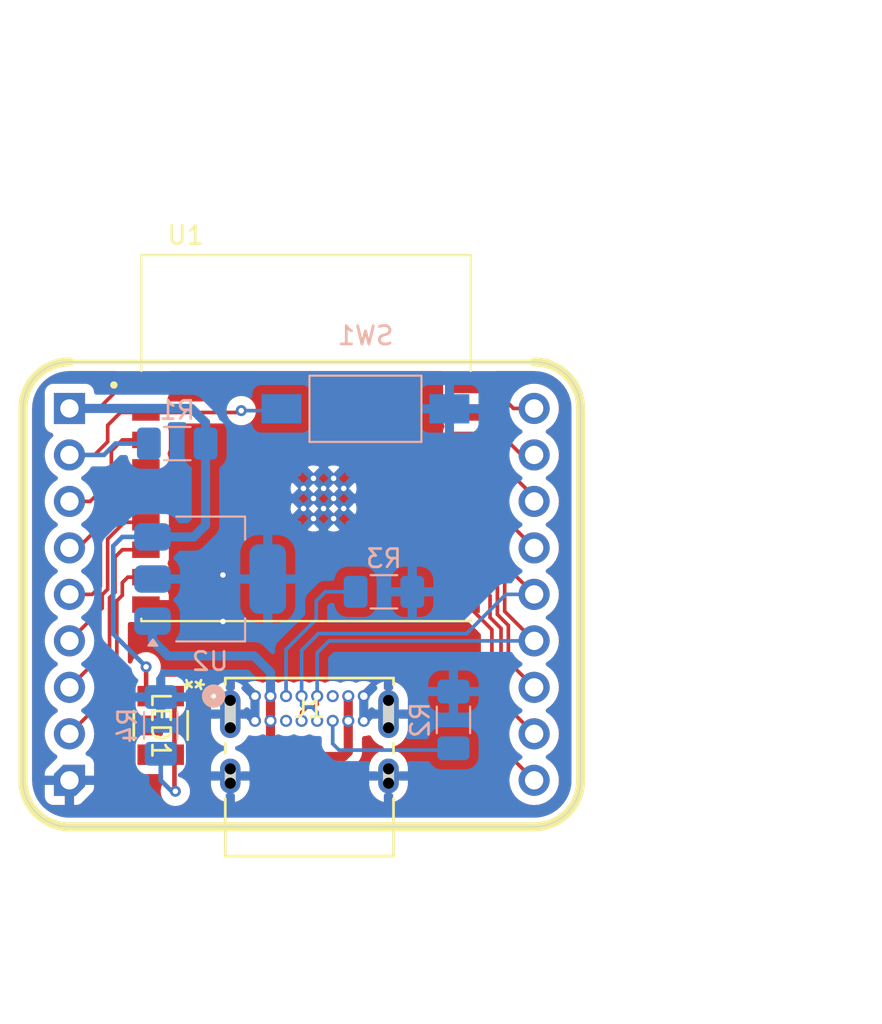
<source format=kicad_pcb>
(kicad_pcb (version 20240108) (generator "pcbnew") (generator_version "8.0")
  (layers (0 "F.Cu" signal) (31 "B.Cu" signal) (34 "B.Paste" user) (35 "F.Paste" user) (36 "B.SilkS" user "B.Silkscreen") (37 "F.SilkS" user "F.Silkscreen") (38 "B.Mask" user) (39 "F.Mask" user) (44 "Edge.Cuts" user))
  (net 0 "")
  (net 1 "GPIO3")
  (net 2 "GND")
  (net 3 "GPIO2")
  (net 4 "GPIO1")
  (net 5 "GPIO0")
  (net 6 "GPIO4")
  (net 7 "VBUS")
  (net 8 "Net-(J1-CC2)")
  (net 10 "Net-(J1-CC1)")
  (net 12 "GPIO7")
  (net 13 "USB_D+")
  (net 14 "UART-RX")
  (net 15 "USB_D-")
  (net 16 "GPIO5")
  (net 17 "GPIO8")
  (net 18 "UART-TX")
  (net 19 "GPIO10")
  (net 20 "EN")
  (net 21 "GPIO9")
  (net 22 "3V3")
  (net 23 "GPIO6")
  (net 25 "Net-(LED1-GND-Pad1)")
  (footprint "Alexander Footprint Library:ESP32-C3-WROOM-02-H4" (layer "F.Cu") (at 156.94 61.1)
    (property "Reference" "U1" (at -6.575 -11.085 0) (layer "F.SilkS"))
    (property "Value" "ESP32-C3-WROOM-02-N4")
    (fp_line (start -9 -10) (end -9 -3.67) (stroke (width 0.127)) (layer "F.SilkS"))
    (fp_line (start -9 10) (end -9 9.87) (stroke (width 0.127)) (layer "F.SilkS"))
    (fp_line (start -9 10) (end 9 10) (stroke (width 0.127)) (layer "F.SilkS"))
    (fp_line (start 9 -10) (end -9 -10) (stroke (width 0.127)) (layer "F.SilkS"))
    (fp_line (start 9 -3.67) (end 9 -10) (stroke (width 0.127)) (layer "F.SilkS"))
    (fp_line (start 9 10) (end 9 9.87) (stroke (width 0.127)) (layer "F.SilkS"))
    (fp_circle (center -10.5 -2.9) (end -10.4 -2.9) (stroke (width 0.2)) (fill none) (layer "F.SilkS"))
    (pad "1" smd rect (at -8.75 -2.9) (size 1.5 0.9) (layers "F.Cu" "F.Paste" "F.Mask") (net 22 "3V3"))
    (pad "2" smd rect (at -8.75 -1.4) (size 1.5 0.9) (layers "F.Cu" "F.Paste" "F.Mask") (net 20 "EN"))
    (pad "3" smd rect (at -8.75 0.1) (size 1.5 0.9) (layers "F.Cu" "F.Paste" "F.Mask") (net 6 "GPIO4"))
    (pad "4" smd rect (at -8.75 1.6) (size 1.5 0.9) (layers "F.Cu" "F.Paste" "F.Mask") (net 16 "GPIO5"))
    (pad "5" smd rect (at -8.75 3.1) (size 1.5 0.9) (layers "F.Cu" "F.Paste" "F.Mask") (net 23 "GPIO6"))
    (pad "6" smd rect (at -8.75 4.6) (size 1.5 0.9) (layers "F.Cu" "F.Paste" "F.Mask") (net 12 "GPIO7"))
    (pad "7" smd rect (at -8.75 6.1) (size 1.5 0.9) (layers "F.Cu" "F.Paste" "F.Mask") (net 17 "GPIO8"))
    (pad "8" smd rect (at -8.75 7.6) (size 1.5 0.9) (layers "F.Cu" "F.Paste" "F.Mask") (net 21 "GPIO9"))
    (pad "9" smd rect (at -8.75 9.1) (size 1.5 0.9) (layers "F.Cu" "F.Paste" "F.Mask") (net 2 "GND"))
    (pad "10" smd rect (at 8.75 9.1) (size 1.5 0.9) (layers "F.Cu" "F.Paste" "F.Mask") (net 19 "GPIO10"))
    (pad "11" smd rect (at 8.75 7.6) (size 1.5 0.9) (layers "F.Cu" "F.Paste" "F.Mask") (net 14 "UART-RX"))
    (pad "12" smd rect (at 8.75 6.1) (size 1.5 0.9) (layers "F.Cu" "F.Paste" "F.Mask") (net 18 "UART-TX"))
    (pad "13" smd rect (at 8.75 4.6) (size 1.5 0.9) (layers "F.Cu" "F.Paste" "F.Mask") (net 15 "USB_D-"))
    (pad "14" smd rect (at 8.75 3.1) (size 1.5 0.9) (layers "F.Cu" "F.Paste" "F.Mask") (net 13 "USB_D+"))
    (pad "15" smd rect (at 8.75 1.6) (size 1.5 0.9) (layers "F.Cu" "F.Paste" "F.Mask") (net 1 "GPIO3"))
    (pad "16" smd rect (at 8.75 0.1) (size 1.5 0.9) (layers "F.Cu" "F.Paste" "F.Mask") (net 3 "GPIO2"))
    (pad "17" smd rect (at 8.75 -1.4) (size 1.5 0.9) (layers "F.Cu" "F.Paste" "F.Mask") (net 4 "GPIO1"))
    (pad "18" smd rect (at 8.75 -2.9) (size 1.5 0.9) (layers "F.Cu" "F.Paste" "F.Mask") (net 5 "GPIO0"))
    (pad "19" smd rect (at -0.14 2.2) (size 0.7 0.7) (layers "F.Cu" "F.Paste" "F.Mask") (net 2 "GND"))
    (pad "20" smd rect (at 0.96 2.2) (size 0.7 0.7) (layers "F.Cu" "F.Paste" "F.Mask") (net 2 "GND"))
    (pad "21" smd rect (at 2.06 2.2) (size 0.7 0.7) (layers "F.Cu" "F.Paste" "F.Mask") (net 2 "GND"))
    (pad "22" smd rect (at -0.14 3.3) (size 0.7 0.7) (layers "F.Cu" "F.Paste" "F.Mask") (net 2 "GND"))
    (pad "23" smd rect (at 0.96 3.3) (size 0.7 0.7) (layers "F.Cu" "F.Paste" "F.Mask") (net 2 "GND"))
    (pad "24" smd rect (at 2.06 3.3) (size 0.7 0.7) (layers "F.Cu" "F.Paste" "F.Mask") (net 2 "GND"))
    (pad "25" smd rect (at -0.14 4.4) (size 0.7 0.7) (layers "F.Cu" "F.Paste" "F.Mask") (net 2 "GND"))
    (pad "26" smd rect (at 0.96 4.4) (size 0.7 0.7) (layers "F.Cu" "F.Paste" "F.Mask") (net 2 "GND"))
    (pad "27" smd rect (at 2.06 4.4) (size 0.7 0.7) (layers "F.Cu" "F.Paste" "F.Mask") (net 2 "GND"))
    (pad "28" thru_hole circle (at 0.41 2.2) (size 0.4 0.4) (drill 0.3) (layers "*.Cu") (net 2 "GND"))
    (pad "29" thru_hole circle (at 1.51 2.2) (size 0.4 0.4) (drill 0.3) (layers "*.Cu") (net 2 "GND"))
    (pad "30" thru_hole circle (at -0.14 2.75) (size 0.4 0.4) (drill 0.3) (layers "*.Cu") (net 2 "GND"))
    (pad "31" thru_hole circle (at 0.96 2.75) (size 0.4 0.4) (drill 0.3) (layers "*.Cu") (net 2 "GND"))
    (pad "32" thru_hole circle (at 2.06 2.75) (size 0.4 0.4) (drill 0.3) (layers "*.Cu") (net 2 "GND"))
    (pad "33" thru_hole circle (at 0.41 3.3) (size 0.4 0.4) (drill 0.3) (layers "*.Cu") (net 2 "GND"))
    (pad "34" thru_hole circle (at 1.51 3.3) (size 0.4 0.4) (drill 0.3) (layers "*.Cu") (net 2 "GND"))
    (pad "35" thru_hole circle (at -0.14 3.85) (size 0.4 0.4) (drill 0.3) (layers "*.Cu") (net 2 "GND"))
    (pad "36" thru_hole circle (at 0.96 3.85) (size 0.4 0.4) (drill 0.3) (layers "*.Cu") (net 2 "GND"))
    (pad "37" thru_hole circle (at 2.06 3.85) (size 0.4 0.4) (drill 0.3) (layers "*.Cu") (net 2 "GND"))
    (pad "38" thru_hole circle (at 0.41 4.4) (size 0.4 0.4) (drill 0.3) (layers "*.Cu") (net 2 "GND"))
    (pad "39" thru_hole circle (at 1.51 4.4) (size 0.4 0.4) (drill 0.3) (layers "*.Cu") (net 2 "GND"))
    (zone (net 0) (net_name "") (layer "F.Cu") (connect_pads (clearance 0)) (min_thickness 0.01)
      (keepout (tracks not_allowed) (vias not_allowed) (pads not_allowed) (copperpour not_allowed) (footprints allowed))
      (fill (thermal_gap 0.508) (thermal_bridge_width 0.508))
      (polygon (pts (xy 147.94 51.1) (xy 165.94 51.1) (xy 165.94 57.1) (xy 147.94 57.1)))
    )
    (zone (net 0) (net_name "") (layer "B.Cu") (connect_pads (clearance 0)) (min_thickness 0.01)
      (keepout (tracks not_allowed) (vias not_allowed) (pads not_allowed) (copperpour not_allowed) (footprints allowed))
      (fill (thermal_gap 0.508) (thermal_bridge_width 0.508))
      (polygon (pts (xy 147.94 51.1) (xy 165.94 51.1) (xy 165.94 57.1) (xy 147.94 57.1)))
    )
  )
  (footprint "Alexander Footprint Library:B1552_HVK-M" (layer "F.Cu") (at 149 76.8002 -90)
    (property "Reference" "LED1" (at 0 0 -90) (layer "F.SilkS"))
    (property "Value" "LED-RED-GREEN-B1552USUG20D")
    (fp_line (start -0.777373 1.4732) (end 0.777373 1.4732) (stroke (width 0.1524)) (layer "F.SilkS"))
    (fp_line (start -0.777373 -1.4732) (end 0.777373 -1.4732) (stroke (width 0.1524)) (layer "F.SilkS"))
    (fp_text user "*" (at -2.2352 -1.8041 -90) (layer "F.SilkS"))
    (fp_text user "*" (at -2.2352 -1.8041 90) (layer "F.SilkS"))
    (pad "1" smd rect (at -1.6002 -0.750001 270) (size 1.1176 1.0414) (layers "F.Cu" "F.Paste" "F.Mask") (net 25 "Net-(LED1-GND-Pad1)"))
    (pad "2" smd rect (at -1.6002 0.750001 270) (size 1.1176 1.0414) (layers "F.Cu" "F.Paste" "F.Mask") (net 22 "3V3"))
    (pad "3" smd rect (at 1.6002 0.750001 270) (size 1.1176 1.0414) (layers "F.Cu" "F.Paste" "F.Mask"))
    (pad "4" smd rect (at 1.6002 -0.750001 270) (size 1.1176 1.0414) (layers "F.Cu" "F.Paste" "F.Mask") (net 25 "Net-(LED1-GND-Pad1)"))
  )
  (footprint "Alexander Footprint Library:USB-C GCT CONN16_USB4085-GF-A" (layer "F.Cu") (at 154.15 75.2)
    (property "Reference" "J1" (at 2.975 0.675 0) (layer "F.SilkS"))
    (property "Value" "USB-C_Receptacle_Data_16P_GCT-USB4085")
    (fp_circle (center -2.2574 0) (end -1.8764 0) (stroke (width 0.508)) (fill none) (layer "B.SilkS"))
    (fp_line (start -1.6224 -0.987) (end -1.6224 -0.618206) (stroke (width 0.1524)) (layer "F.SilkS"))
    (fp_line (start -1.6224 2.578207) (end -1.6224 3.122399) (stroke (width 0.1524)) (layer "F.SilkS"))
    (fp_line (start -1.6224 5.607602) (end -1.6224 8.741199) (stroke (width 0.1524)) (layer "F.SilkS"))
    (fp_line (start -1.6224 8.741199) (end 7.5724 8.741199) (stroke (width 0.1524)) (layer "F.SilkS"))
    (fp_line (start 7.5724 -0.987) (end -1.6224 -0.987) (stroke (width 0.1524)) (layer "F.SilkS"))
    (fp_line (start 7.5724 -0.618202) (end 7.5724 -0.987) (stroke (width 0.1524)) (layer "F.SilkS"))
    (fp_line (start 7.5724 3.122399) (end 7.5724 2.578201) (stroke (width 0.1524)) (layer "F.SilkS"))
    (fp_line (start 7.5724 8.741199) (end 7.5724 5.607602) (stroke (width 0.1524)) (layer "F.SilkS"))
    (fp_arc (start -2.41934 0.344872) (mid -2.625765 -0.097305) (end -2.2279 -0.379856) (stroke (width 0.508)) (layer "F.SilkS"))
    (fp_line (start -1.35 1.729301) (end -1.35 0.230701) (stroke (width 0.6096)) (layer "Edge.Cuts"))
    (fp_line (start -1.349985 4.7587) (end -1.349985 3.9713) (stroke (width 0.6096)) (layer "Edge.Cuts"))
    (fp_line (start 7.299985 1.7293) (end 7.299985 0.2307) (stroke (width 0.6096)) (layer "Edge.Cuts"))
    (fp_line (start 7.299985 4.7587) (end 7.299985 3.9713) (stroke (width 0.6096)) (layer "Edge.Cuts"))
    (pad "" np_thru_hole circle (at -1.35 0.230701) (size 0.6096 0.6096) (drill 0.6096) (layers))
    (pad "" np_thru_hole circle (at -1.35 1.729301) (size 0.6096 0.6096) (drill 0.6096) (layers))
    (pad "" np_thru_hole circle (at -1.349985 3.9713) (size 0.6096 0.6096) (drill 0.6096) (layers))
    (pad "" np_thru_hole circle (at -1.349985 4.7587) (size 0.6096 0.6096) (drill 0.6096) (layers))
    (pad "" np_thru_hole circle (at 7.299985 0.2307) (size 0.6096 0.6096) (drill 0.6096) (layers))
    (pad "" np_thru_hole circle (at 7.299985 1.7293) (size 0.6096 0.6096) (drill 0.6096) (layers))
    (pad "" np_thru_hole circle (at 7.299985 3.9713) (size 0.6096 0.6096) (drill 0.6096) (layers))
    (pad "" np_thru_hole circle (at 7.299985 4.7587) (size 0.6096 0.6096) (drill 0.6096) (layers))
    (pad "A1" thru_hole circle (at 0 0) (size 0.6604 0.6604) (drill 0.4064) (layers "*.Cu" "*.Mask") (net 2 "GND"))
    (pad "A4" thru_hole circle (at 0.850001 0) (size 0.6604 0.6604) (drill 0.4064) (layers "*.Cu" "*.Mask") (net 7 "VBUS"))
    (pad "A5" thru_hole circle (at 1.699999 0) (size 0.6604 0.6604) (drill 0.4064) (layers "*.Cu" "*.Mask") (net 10 "Net-(J1-CC1)"))
    (pad "A6" thru_hole circle (at 2.55 0) (size 0.6604 0.6604) (drill 0.4064) (layers "*.Cu" "*.Mask") (net 13 "USB_D+"))
    (pad "A7" thru_hole circle (at 3.400001 0) (size 0.6604 0.6604) (drill 0.4064) (layers "*.Cu" "*.Mask") (net 15 "USB_D-"))
    (pad "A8" thru_hole circle (at 4.250002 0) (size 0.6604 0.6604) (drill 0.4064) (layers "*.Cu" "*.Mask"))
    (pad "A9" thru_hole circle (at 5.1 0) (size 0.6604 0.6604) (drill 0.4064) (layers "*.Cu" "*.Mask") (net 7 "VBUS"))
    (pad "A12" thru_hole circle (at 5.950001 0) (size 0.6604 0.6604) (drill 0.4064) (layers "*.Cu" "*.Mask") (net 2 "GND"))
    (pad "B1" thru_hole circle (at 5.950001 1.35) (size 0.6604 0.6604) (drill 0.4064) (layers "*.Cu" "*.Mask") (net 2 "GND"))
    (pad "B4" thru_hole circle (at 5.1 1.35) (size 0.6604 0.6604) (drill 0.4064) (layers "*.Cu" "*.Mask") (net 7 "VBUS"))
    (pad "B5" thru_hole circle (at 4.250002 1.35) (size 0.6604 0.6604) (drill 0.4064) (layers "*.Cu" "*.Mask") (net 8 "Net-(J1-CC2)"))
    (pad "B6" thru_hole circle (at 3.400001 1.35) (size 0.6604 0.6604) (drill 0.4064) (layers "*.Cu" "*.Mask") (net 13 "USB_D+"))
    (pad "B7" thru_hole circle (at 2.55 1.35) (size 0.6604 0.6604) (drill 0.4064) (layers "*.Cu" "*.Mask") (net 15 "USB_D-"))
    (pad "B8" thru_hole circle (at 1.699999 1.35) (size 0.6604 0.6604) (drill 0.4064) (layers "*.Cu" "*.Mask"))
    (pad "B9" thru_hole circle (at 0.850001 1.35) (size 0.6604 0.6604) (drill 0.4064) (layers "*.Cu" "*.Mask") (net 7 "VBUS"))
    (pad "B12" thru_hole circle (at 0 1.35) (size 0.6604 0.6604) (drill 0.4064) (layers "*.Cu" "*.Mask") (net 2 "GND"))
    (pad "S1" thru_hole oval (at -1.349985 4.365 90) (size 1.905 1.1176) (drill 0.0254) (layers "*.Cu" "*.Mask") (net 2 "GND"))
    (pad "S2" thru_hole oval (at 7.299985 4.365 90) (size 1.905 1.1176) (drill 0.0254) (layers "*.Cu" "*.Mask") (net 2 "GND"))
    (pad "S3" thru_hole oval (at -1.35 0.980001 90) (size 2.6162 1.1176) (drill 0.0254) (layers "*.Cu" "*.Mask") (net 2 "GND"))
    (pad "S4" thru_hole oval (at 7.299985 0.98 90) (size 2.6162 1.1176) (drill 0.0254) (layers "*.Cu" "*.Mask") (net 2 "GND"))
  )
  (footprint "Alexander Footprint Library:Conn_ESP32-C3-WROOM-02" (layer "F.Cu") (at 159.25 64.56)
    (property "Reference" "J2" (hide yes))
    (property "Value" "~")
    (fp_line (start -17.78 -5.08) (end -17.78 15.24) (stroke (width 0.5)) (layer "F.SilkS"))
    (fp_line (start -15.24 -7.62) (end 10.16 -7.62) (stroke (width 0.25)) (layer "F.SilkS"))
    (fp_line (start -15.24 17.78) (end 10.16 17.78) (stroke (width 0.5)) (layer "F.SilkS"))
    (fp_line (start 12.7 -5.08) (end 12.7 15.24) (stroke (width 0.5)) (layer "F.SilkS"))
    (fp_arc (start -17.78 -5.08) (mid -17.036051 -6.876051) (end -15.24 -7.62) (stroke (width 0.5)) (layer "F.SilkS"))
    (fp_arc (start -15.24 17.78) (mid -17.036051 17.036051) (end -17.78 15.24) (stroke (width 0.5)) (layer "F.SilkS"))
    (fp_arc (start 10.16 -7.62) (mid 11.956051 -6.876051) (end 12.7 -5.08) (stroke (width 0.5)) (layer "F.SilkS"))
    (fp_arc (start 12.7 15.24) (mid 11.956051 17.036051) (end 10.16 17.78) (stroke (width 0.5)) (layer "F.SilkS"))
    (fp_line (start -17.78 15.24) (end -17.78 -5.08) (stroke (width 0.05)) (layer "Edge.Cuts"))
    (fp_line (start -15.24 -7.62) (end 10.16 -7.62) (stroke (width 0.05)) (layer "Edge.Cuts"))
    (fp_line (start 10.16 17.78) (end -15.24 17.78) (stroke (width 0.05)) (layer "Edge.Cuts"))
    (fp_line (start 12.7 -5.08) (end 12.7 15.24) (stroke (width 0.05)) (layer "Edge.Cuts"))
    (fp_arc (start -17.78 -5.08) (mid -17.036051 -6.876051) (end -15.24 -7.62) (stroke (width 0.05)) (layer "Edge.Cuts"))
    (fp_arc (start -15.24 17.78) (mid -17.036051 17.036051) (end -17.78 15.24) (stroke (width 0.05)) (layer "Edge.Cuts"))
    (fp_arc (start 10.16 -7.62) (mid 11.956051 -6.876051) (end 12.7 -5.08) (stroke (width 0.05)) (layer "Edge.Cuts"))
    (fp_arc (start 12.7 15.24) (mid 11.956051 17.036051) (end 10.16 17.78) (stroke (width 0.05)) (layer "Edge.Cuts"))
    (pad "1" thru_hole rect (at -15.24 -5.08) (size 1.7 1.7) (drill 1) (layers "*.Cu" "*.Mask") (net 22 "3V3"))
    (pad "2" thru_hole circle (at -15.24 -2.54) (size 1.7 1.7) (drill 1) (layers "*.Cu" "*.Mask") (net 20 "EN"))
    (pad "3" thru_hole circle (at -15.24 0) (size 1.7 1.7) (drill 1) (layers "*.Cu" "*.Mask") (net 6 "GPIO4"))
    (pad "4" thru_hole circle (at -15.24 2.54) (size 1.7 1.7) (drill 1) (layers "*.Cu" "*.Mask") (net 16 "GPIO5"))
    (pad "5" thru_hole circle (at -15.24 5.08) (size 1.7 1.7) (drill 1) (layers "*.Cu" "*.Mask") (net 23 "GPIO6"))
    (pad "6" thru_hole circle (at -15.24 7.62) (size 1.7 1.7) (drill 1) (layers "*.Cu" "*.Mask") (net 12 "GPIO7"))
    (pad "7" thru_hole circle (at -15.24 10.16) (size 1.7 1.7) (drill 1) (layers "*.Cu" "*.Mask") (net 17 "GPIO8"))
    (pad "8" thru_hole circle (at -15.24 12.7) (size 1.7 1.7) (drill 1) (layers "*.Cu" "*.Mask") (net 21 "GPIO9"))
    (pad "9" thru_hole roundrect (at -15.24 15.24) (size 1.7 1.7) (drill 1) (layers "*.Cu" "*.Mask") (roundrect_rratio 0) (chamfer_ratio 0.3) (chamfer top_left bottom_right) (net 2 "GND"))
    (pad "10" thru_hole circle (at 10.16 15.24) (size 1.7 1.7) (drill 1) (layers "*.Cu" "*.Mask") (net 19 "GPIO10"))
    (pad "11" thru_hole circle (at 10.16 12.7) (size 1.7 1.7) (drill 1) (layers "*.Cu" "*.Mask") (net 14 "UART-RX"))
    (pad "12" thru_hole circle (at 10.16 10.16) (size 1.7 1.7) (drill 1) (layers "*.Cu" "*.Mask") (net 18 "UART-TX"))
    (pad "13" thru_hole circle (at 10.16 7.62) (size 1.7 1.7) (drill 1) (layers "*.Cu" "*.Mask") (net 15 "USB_D-"))
    (pad "14" thru_hole circle (at 10.16 5.08) (size 1.7 1.7) (drill 1) (layers "*.Cu" "*.Mask") (net 13 "USB_D+"))
    (pad "15" thru_hole circle (at 10.16 2.54) (size 1.7 1.7) (drill 1) (layers "*.Cu" "*.Mask") (net 1 "GPIO3"))
    (pad "16" thru_hole circle (at 10.16 0) (size 1.7 1.7) (drill 1) (layers "*.Cu" "*.Mask") (net 3 "GPIO2"))
    (pad "17" thru_hole circle (at 10.16 -2.54) (size 1.7 1.7) (drill 1) (layers "*.Cu" "*.Mask") (net 4 "GPIO1"))
    (pad "18" thru_hole circle (at 10.16 -5.08) (size 1.7 1.7) (drill 1) (layers "*.Cu" "*.Mask") (net 5 "GPIO0"))
  )
  (footprint "Package_TO_SOT_SMD:SOT-223-3_TabPin2" (layer "B.Cu") (at 151.7 68.8)
    (property "Reference" "U2" (at 0 4.5 0) (layer "B.SilkS") (effects (justify mirror)))
    (property "Value" "AMS1117-3V3")
    (fp_line (start 1.91 -3.41) (end -1.85 -3.41) (stroke (width 0.12)) (layer "B.SilkS"))
    (fp_line (start 1.91 -2.15) (end 1.91 -3.41) (stroke (width 0.12)) (layer "B.SilkS"))
    (fp_line (start 1.91 2.15) (end 1.91 3.41) (stroke (width 0.12)) (layer "B.SilkS"))
    (fp_line (start 1.91 3.41) (end -1.85 3.41) (stroke (width 0.12)) (layer "B.SilkS"))
    (fp_poly (pts (xy -3.13 3.31) (xy -3.37 3.64) (xy -2.89 3.64) (xy -3.13 3.31)) (stroke (width 0.12)) (fill solid) (layer "B.SilkS"))
    (pad "1" smd roundrect (at -3.15 2.3) (size 2 1.5) (layers "B.Cu" "B.Paste" "B.Mask") (net 7 "VBUS"))
    (pad "2" smd roundrect (at -3.15 0) (size 2 1.5) (layers "B.Cu" "B.Paste" "B.Mask") (net 2 "GND"))
    (pad "2" smd roundrect (at 3.15 0) (size 2 3.8) (layers "B.Cu" "B.Paste" "B.Mask") (net 2 "GND"))
    (pad "3" smd roundrect (at -3.15 -2.3) (size 2 1.5) (layers "B.Cu" "B.Paste" "B.Mask") (net 22 "3V3"))
  )
  (footprint "Alexander Footprint Library:SW_SPST_6x3" (layer "B.Cu") (at 160.19 59.5 180)
    (property "Reference" "SW1" (at 0 4 0) (layer "B.SilkS") (effects (justify mirror)))
    (property "Value" "SW_Push")
    (fp_line (start 3.06 1.81) (end -3.06 1.81) (stroke (width 0.12)) (layer "B.SilkS"))
    (fp_line (start 3.06 -1.81) (end 3.06 1.81) (stroke (width 0.12)) (layer "B.SilkS"))
    (fp_line (start -3.06 1.81) (end -3.06 -1.81) (stroke (width 0.12)) (layer "B.SilkS"))
    (fp_line (start -3.06 -1.81) (end 3.06 -1.81) (stroke (width 0.12)) (layer "B.SilkS"))
    (pad "1" smd rect (at -4.59 0 180) (size 2.18 1.6) (layers "B.Cu" "B.Paste" "B.Mask") (net 2 "GND"))
    (pad "2" smd rect (at 4.59 0 180) (size 2.18 1.6) (layers "B.Cu" "B.Paste" "B.Mask") (net 20 "EN"))
  )
  (footprint "Resistor_SMD:R_1206_3216Metric_Pad1.30x1.75mm_HandSolder" (layer "B.Cu") (at 149.9 61.4 180)
    (property "Reference" "R1" (at 0 1.82 0) (layer "B.SilkS") (effects (justify mirror)))
    (property "Value" "10k")
    (fp_line (start 0.727064 0.91) (end -0.727064 0.91) (stroke (width 0.12)) (layer "B.SilkS"))
    (fp_line (start 0.727064 -0.91) (end -0.727064 -0.91) (stroke (width 0.12)) (layer "B.SilkS"))
    (pad "1" smd roundrect (at -1.55 0 180) (size 1.3 1.75) (layers "B.Cu" "B.Paste" "B.Mask") (roundrect_rratio 0.192308) (net 22 "3V3"))
    (pad "2" smd roundrect (at 1.55 0 180) (size 1.3 1.75) (layers "B.Cu" "B.Paste" "B.Mask") (roundrect_rratio 0.192308) (net 20 "EN"))
  )
  (footprint "Resistor_SMD:R_1206_3216Metric_Pad1.30x1.75mm_HandSolder" (layer "B.Cu") (at 165 76.5 -90)
    (property "Reference" "R2" (at 0 1.82 90) (layer "B.SilkS") (effects (justify mirror)))
    (property "Value" "5k1")
    (fp_line (start 0.727064 0.91) (end -0.727064 0.91) (stroke (width 0.12)) (layer "B.SilkS"))
    (fp_line (start 0.727064 -0.91) (end -0.727064 -0.91) (stroke (width 0.12)) (layer "B.SilkS"))
    (pad "1" smd roundrect (at -1.55 0 270) (size 1.3 1.75) (layers "B.Cu" "B.Paste" "B.Mask") (roundrect_rratio 0.192308) (net 2 "GND"))
    (pad "2" smd roundrect (at 1.55 0 270) (size 1.3 1.75) (layers "B.Cu" "B.Paste" "B.Mask") (roundrect_rratio 0.192308) (net 8 "Net-(J1-CC2)"))
  )
  (footprint "Resistor_SMD:R_1206_3216Metric_Pad1.30x1.75mm_HandSolder" (layer "B.Cu") (at 161.2 69.5 180)
    (property "Reference" "R3" (at 0 1.82 0) (layer "B.SilkS") (effects (justify mirror)))
    (property "Value" "5k1")
    (fp_line (start 0.727064 0.91) (end -0.727064 0.91) (stroke (width 0.12)) (layer "B.SilkS"))
    (fp_line (start 0.727064 -0.91) (end -0.727064 -0.91) (stroke (width 0.12)) (layer "B.SilkS"))
    (pad "1" smd roundrect (at -1.55 0 180) (size 1.3 1.75) (layers "B.Cu" "B.Paste" "B.Mask") (roundrect_rratio 0.192308) (net 2 "GND"))
    (pad "2" smd roundrect (at 1.55 0 180) (size 1.3 1.75) (layers "B.Cu" "B.Paste" "B.Mask") (roundrect_rratio 0.192308) (net 10 "Net-(J1-CC1)"))
  )
  (footprint "Resistor_SMD:R_1206_3216Metric_Pad1.30x1.75mm_HandSolder" (layer "B.Cu") (at 149 76.8 -90)
    (property "Reference" "R4" (at 0 1.82 90) (layer "B.SilkS") (effects (justify mirror)))
    (property "Value" "5k1")
    (fp_line (start 0.727064 0.91) (end -0.727064 0.91) (stroke (width 0.12)) (layer "B.SilkS"))
    (fp_line (start 0.727064 -0.91) (end -0.727064 -0.91) (stroke (width 0.12)) (layer "B.SilkS"))
    (pad "1" smd roundrect (at -1.55 0 270) (size 1.3 1.75) (layers "B.Cu" "B.Paste" "B.Mask") (roundrect_rratio 0.192308) (net 2 "GND"))
    (pad "2" smd roundrect (at 1.55 0 270) (size 1.3 1.75) (layers "B.Cu" "B.Paste" "B.Mask") (roundrect_rratio 0.192308) (net 25 "Net-(LED1-GND-Pad1)"))
  )
  (segment (start 167.2 62.7) (end 167.8 63.3) (width 0.2) (layer "F.Cu") (net 1))
  (segment (start 165.69 62.7) (end 167.2 62.7) (width 0.2) (layer "F.Cu") (net 1))
  (segment (start 167.8 63.3) (end 167.8 65.49) (width 0.2) (layer "F.Cu") (net 1))
  (segment (start 167.8 65.49) (end 169.41 67.1) (width 0.2) (layer "F.Cu") (net 1))
  (via (at 152.4 68.58) (size 0.6) (drill 0.3) (layers "F.Cu" "B.Cu") (net 2))
  (via (at 152.4 71.12) (size 0.6) (drill 0.3) (layers "F.Cu" "B.Cu") (net 2))
  (segment (start 154.15 75.2) (end 154.15 76.55) (width 0.5) (layer "B.Cu") (net 2))
  (segment (start 160.100001 75.2) (end 160.100001 76.55) (width 0.5) (layer "B.Cu") (net 2))
  (segment (start 165.69 61.2) (end 166.3 61.2) (width 0.2) (layer "F.Cu") (net 3))
  (segment (start 166.3 61.2) (end 169.41 64.31) (width 0.2) (layer "F.Cu") (net 3))
  (segment (start 169.41 64.31) (end 169.41 64.56) (width 0.2) (layer "F.Cu") (net 3))
  (segment (start 165.69 59.7) (end 166.4 59.7) (width 0.2) (layer "F.Cu") (net 4))
  (segment (start 166.4 59.7) (end 168.72 62.02) (width 0.2) (layer "F.Cu") (net 4))
  (segment (start 168.72 62.02) (end 169.41 62.02) (width 0.2) (layer "F.Cu") (net 4))
  (segment (start 168.28 59.48) (end 167 58.2) (width 0.2) (layer "F.Cu") (net 5))
  (segment (start 167 58.2) (end 165.69 58.2) (width 0.2) (layer "F.Cu") (net 5))
  (segment (start 169.41 59.48) (end 168.28 59.48) (width 0.2) (layer "F.Cu") (net 5))
  (segment (start 148.19 61.2) (end 146.9 61.2) (width 0.2) (layer "F.Cu") (net 6))
  (segment (start 146.9 61.2) (end 146.3 61.8) (width 0.2) (layer "F.Cu") (net 6))
  (segment (start 146.3 63.4) (end 145.14 64.56) (width 0.2) (layer "F.Cu") (net 6))
  (segment (start 146.3 61.8) (end 146.3 63.4) (width 0.2) (layer "F.Cu") (net 6))
  (segment (start 145.14 64.56) (end 144.01 64.56) (width 0.2) (layer "F.Cu") (net 6))
  (segment (start 159 78.5) (end 155.4 78.5) (width 0.5) (layer "F.Cu") (net 7))
  (segment (start 159.25 76.55) (end 159.25 75.2) (width 0.5) (layer "F.Cu") (net 7))
  (segment (start 155.000001 76.55) (end 155.000001 75.2) (width 0.5) (layer "F.Cu") (net 7))
  (segment (start 155.000001 78.100001) (end 155.000001 76.55) (width 0.5) (layer "F.Cu") (net 7))
  (segment (start 155.4 78.5) (end 155.000001 78.100001) (width 0.5) (layer "F.Cu") (net 7))
  (segment (start 159.25 78.25) (end 159 78.5) (width 0.5) (layer "F.Cu") (net 7))
  (segment (start 159.25 76.55) (end 159.25 78.25) (width 0.5) (layer "F.Cu") (net 7))
  (segment (start 155.000001 73.900001) (end 154.1 73) (width 0.5) (layer "B.Cu") (net 7))
  (segment (start 148.55 71.1) (end 148.55 72.15) (width 0.5) (layer "B.Cu") (net 7))
  (segment (start 149.4 73) (end 154.1 73) (width 0.5) (layer "B.Cu") (net 7))
  (segment (start 155.000001 75.2) (end 155.000001 73.900001) (width 0.5) (layer "B.Cu") (net 7))
  (segment (start 148.55 72.15) (end 149.4 73) (width 0.5) (layer "B.Cu") (net 7))
  (segment (start 158.400002 77.800002) (end 158.75 78.15) (width 0.2) (layer "B.Cu") (net 8))
  (segment (start 158.400002 76.55) (end 158.400002 77.800002) (width 0.2) (layer "B.Cu") (net 8))
  (segment (start 158.75 78.15) (end 164.9 78.15) (width 0.2) (layer "B.Cu") (net 8))
  (segment (start 164.9 78.15) (end 165 78.05) (width 0.2) (layer "B.Cu") (net 8))
  (segment (start 158 69.5) (end 159.65 69.5) (width 0.2) (layer "B.Cu") (net 10))
  (segment (start 155.849999 72.650001) (end 157.5 71) (width 0.2) (layer "B.Cu") (net 10))
  (segment (start 157.5 70) (end 158 69.5) (width 0.2) (layer "B.Cu") (net 10))
  (segment (start 155.849999 75.2) (end 155.849999 72.650001) (width 0.2) (layer "B.Cu") (net 10))
  (segment (start 157.5 71) (end 157.5 70) (width 0.2) (layer "B.Cu") (net 10))
  (segment (start 148.19 65.7) (end 147.015686 65.7) (width 0.2) (layer "F.Cu") (net 12))
  (segment (start 146.1 66.615686) (end 146.1 69.358628) (width 0.2) (layer "F.Cu") (net 12))
  (segment (start 146.1 69.358628) (end 145.8 69.658628) (width 0.2) (layer "F.Cu") (net 12))
  (segment (start 145.8 69.658628) (end 145.8 70.39) (width 0.2) (layer "F.Cu") (net 12))
  (segment (start 147.015686 65.7) (end 146.1 66.615686) (width 0.2) (layer "F.Cu") (net 12))
  (segment (start 145.8 70.39) (end 144.01 72.18) (width 0.2) (layer "F.Cu") (net 12))
  (segment (start 167.8 66.055686) (end 167.8 68.03) (width 0.2) (layer "F.Cu") (net 13))
  (segment (start 165.69 64.2) (end 167.1 64.2) (width 0.2) (layer "F.Cu") (net 13))
  (segment (start 167.8 68.03) (end 169.41 69.64) (width 0.2) (layer "F.Cu") (net 13))
  (segment (start 167.4 64.5) (end 167.4 65.655686) (width 0.2) (layer "F.Cu") (net 13))
  (segment (start 167.1 64.2) (end 167.4 64.5) (width 0.2) (layer "F.Cu") (net 13))
  (segment (start 167.4 65.655686) (end 167.8 66.055686) (width 0.2) (layer "F.Cu") (net 13))
  (segment (start 157.62 71.78) (end 165.72 71.78) (width 0.2) (layer "B.Cu") (net 13))
  (segment (start 157.550001 76.083027) (end 157.266974 75.8) (width 0.2) (layer "B.Cu") (net 13))
  (segment (start 157.550001 76.55) (end 157.550001 76.083027) (width 0.2) (layer "B.Cu") (net 13))
  (segment (start 156.7 75.7) (end 156.7 75.2) (width 0.2) (layer "B.Cu") (net 13))
  (segment (start 157.266974 75.8) (end 156.8 75.8) (width 0.2) (layer "B.Cu") (net 13))
  (segment (start 156.7 75.2) (end 156.7 72.7) (width 0.2) (layer "B.Cu") (net 13))
  (segment (start 165.72 71.78) (end 167.86 69.64) (width 0.2) (layer "B.Cu") (net 13))
  (segment (start 156.8 75.8) (end 156.7 75.7) (width 0.2) (layer "B.Cu") (net 13))
  (segment (start 167.86 69.64) (end 169.41 69.64) (width 0.2) (layer "B.Cu") (net 13))
  (segment (start 156.7 72.7) (end 157.62 71.78) (width 0.2) (layer "B.Cu") (net 13))
  (segment (start 167 69.71) (end 167 70.901372) (width 0.2) (layer "F.Cu") (net 14))
  (segment (start 167.6 71.501372) (end 167.6 75.45) (width 0.2) (layer "F.Cu") (net 14))
  (segment (start 165.99 68.7) (end 167 69.71) (width 0.2) (layer "F.Cu") (net 14))
  (segment (start 165.69 68.7) (end 165.99 68.7) (width 0.2) (layer "F.Cu") (net 14))
  (segment (start 167 70.901372) (end 167.6 71.501372) (width 0.2) (layer "F.Cu") (net 14))
  (segment (start 167.6 75.45) (end 169.41 77.26) (width 0.2) (layer "F.Cu") (net 14))
  (segment (start 167.4 67.11) (end 167.4 68.195686) (width 0.2) (layer "F.Cu") (net 15))
  (segment (start 167.4 68.195686) (end 167.8 68.595686) (width 0.2) (layer "F.Cu") (net 15))
  (segment (start 165.69 65.7) (end 165.99 65.7) (width 0.2) (layer "F.Cu") (net 15))
  (segment (start 157.550001 75.649999) (end 157.550001 75.2) (width 0.2) (layer "F.Cu") (net 15))
  (segment (start 156.7 76.55) (end 156.7 76.091238) (width 0.2) (layer "F.Cu") (net 15))
  (segment (start 167.8 68.595686) (end 167.8 70.57) (width 0.2) (layer "F.Cu") (net 15))
  (segment (start 165.99 65.7) (end 167.4 67.11) (width 0.2) (layer "F.Cu") (net 15))
  (segment (start 167.8 70.57) (end 169.41 72.18) (width 0.2) (layer "F.Cu") (net 15))
  (segment (start 156.991238 75.8) (end 157.4 75.8) (width 0.2) (layer "F.Cu") (net 15))
  (segment (start 157.4 75.8) (end 157.550001 75.649999) (width 0.2) (layer "F.Cu") (net 15))
  (segment (start 156.7 76.091238) (end 156.991238 75.8) (width 0.2) (layer "F.Cu") (net 15))
  (segment (start 158.2 72.18) (end 169.41 72.18) (width 0.2) (layer "B.Cu") (net 15))
  (segment (start 157.550001 75.2) (end 157.550001 72.829999) (width 0.2) (layer "B.Cu") (net 15))
  (segment (start 157.550001 72.829999) (end 158.2 72.18) (width 0.2) (layer "B.Cu") (net 15))
  (segment (start 148.19 62.7) (end 147.1 62.7) (width 0.2) (layer "F.Cu") (net 16))
  (segment (start 145.8 65.784314) (end 144.484314 67.1) (width 0.2) (layer "F.Cu") (net 16))
  (segment (start 146.7 63.1) (end 146.7 63.565686) (width 0.2) (layer "F.Cu") (net 16))
  (segment (start 146.7 63.565686) (end 145.8 64.465686) (width 0.2) (layer "F.Cu") (net 16))
  (segment (start 145.8 64.465686) (end 145.8 65.784314) (width 0.2) (layer "F.Cu") (net 16))
  (segment (start 144.484314 67.1) (end 144.01 67.1) (width 0.2) (layer "F.Cu") (net 16))
  (segment (start 147.1 62.7) (end 146.7 63.1) (width 0.2) (layer "F.Cu") (net 16))
  (segment (start 146.5 67.6) (end 146.499999 69.524314) (width 0.2) (layer "F.Cu") (net 17))
  (segment (start 148.19 67.2) (end 146.9 67.2) (width 0.2) (layer "F.Cu") (net 17))
  (segment (start 146.499999 69.524314) (end 146.2 69.824313) (width 0.2) (layer "F.Cu") (net 17))
  (segment (start 146.9 67.2) (end 146.5 67.6) (width 0.2) (layer "F.Cu") (net 17))
  (segment (start 146.2 69.824313) (end 146.2 72.53) (width 0.2) (layer "F.Cu") (net 17))
  (segment (start 146.2 72.53) (end 144.01 74.72) (width 0.2) (layer "F.Cu") (net 17))
  (segment (start 167.4 68.761372) (end 167.4 70.735686) (width 0.2) (layer "F.Cu") (net 18))
  (segment (start 167.4 70.735686) (end 168 71.335686) (width 0.2) (layer "F.Cu") (net 18))
  (segment (start 165.69 67.2) (end 166.3 67.2) (width 0.2) (layer "F.Cu") (net 18))
  (segment (start 167 68.361372) (end 167.4 68.761372) (width 0.2) (layer "F.Cu") (net 18))
  (segment (start 168 71.335686) (end 168 73.31) (width 0.2) (layer "F.Cu") (net 18))
  (segment (start 167 67.9) (end 167 68.361372) (width 0.2) (layer "F.Cu") (net 18))
  (segment (start 166.3 67.2) (end 167 67.9) (width 0.2) (layer "F.Cu") (net 18))
  (segment (start 168 73.31) (end 169.41 74.72) (width 0.2) (layer "F.Cu") (net 18))
  (segment (start 167.9 76.315686) (end 167.9 78.29) (width 0.2) (layer "F.Cu") (net 19))
  (segment (start 165.732942 70.2) (end 167.1 71.567058) (width 0.2) (layer "F.Cu") (net 19))
  (segment (start 167.9 78.29) (end 169.41 79.8) (width 0.2) (layer "F.Cu") (net 19))
  (segment (start 165.69 70.2) (end 165.732942 70.2) (width 0.2) (layer "F.Cu") (net 19))
  (segment (start 167.1 71.567058) (end 167.1 75.515686) (width 0.2) (layer "F.Cu") (net 19))
  (segment (start 167.1 75.515686) (end 167.9 76.315686) (width 0.2) (layer "F.Cu") (net 19))
  (segment (start 146.8 59.7) (end 146.1 60.4) (width 0.2) (layer "F.Cu") (net 20))
  (segment (start 145.38 62.02) (end 144.01 62.02) (width 0.2) (layer "F.Cu") (net 20))
  (segment (start 153.3 59.7) (end 153.4 59.6) (width 0.2) (layer "F.Cu") (net 20))
  (segment (start 148.19 59.7) (end 153.3 59.7) (width 0.2) (layer "F.Cu") (net 20))
  (segment (start 146.1 60.4) (end 146.1 61.3) (width 0.2) (layer "F.Cu") (net 20))
  (segment (start 148.19 59.7) (end 146.8 59.7) (width 0.2) (layer "F.Cu") (net 20))
  (segment (start 146.1 61.3) (end 145.38 62.02) (width 0.2) (layer "F.Cu") (net 20))
  (via (at 153.4 59.6) (size 0.6) (drill 0.3) (layers "F.Cu" "B.Cu") (net 20))
  (segment (start 148.35 61.4) (end 146.52 61.4) (width 0.25) (layer "B.Cu") (net 20))
  (segment (start 144.01 62.02) (end 145.9 62.02) (width 0.25) (layer "B.Cu") (net 20))
  (segment (start 153.4 59.6) (end 155.7 59.6) (width 0.2) (layer "B.Cu") (net 20))
  (segment (start 146.52 61.4) (end 145.9 62.02) (width 0.25) (layer "B.Cu") (net 20))
  (segment (start 146.665685 69.924314) (end 146.6 69.989999) (width 0.2) (layer "F.Cu") (net 21))
  (segment (start 147.2 68.7) (end 146.9 69) (width 0.2) (layer "F.Cu") (net 21))
  (segment (start 146.9 69) (end 146.9 69.69) (width 0.2) (layer "F.Cu") (net 21))
  (segment (start 148.19 68.7) (end 147.2 68.7) (width 0.2) (layer "F.Cu") (net 21))
  (segment (start 146.9 69.69) (end 146.665685 69.924314) (width 0.2) (layer "F.Cu") (net 21))
  (segment (start 146.6 74.67) (end 144.01 77.26) (width 0.2) (layer "F.Cu") (net 21))
  (segment (start 146.6 69.989999) (end 146.6 74.67) (width 0.2) (layer "F.Cu") (net 21))
  (segment (start 146.9 58.2) (end 145.62 59.48) (width 0.2) (layer "F.Cu") (net 22))
  (segment (start 145.62 59.48) (end 144.01 59.48) (width 0.2) (layer "F.Cu") (net 22))
  (segment (start 148.19 58.2) (end 146.9 58.2) (width 0.2) (layer "F.Cu") (net 22))
  (segment (start 148.2 74.8) (end 148.2 73.6) (width 0.25) (layer "F.Cu") (net 22))
  (via (at 148.2 73.6) (size 0.6) (drill 0.3) (layers "F.Cu" "B.Cu") (net 22))
  (segment (start 150.68 59.48) (end 151.45 60.25) (width 0.5) (layer "B.Cu") (net 22))
  (segment (start 148.2 73.6) (end 146.4 71.8) (width 0.25) (layer "B.Cu") (net 22))
  (segment (start 146.4 67) (end 146.9 66.5) (width 0.25) (layer "B.Cu") (net 22))
  (segment (start 148.55 66.5) (end 150.8 66.5) (width 0.5) (layer "B.Cu") (net 22))
  (segment (start 144.03 59.5) (end 144.01 59.48) (width 0.2) (layer "B.Cu") (net 22))
  (segment (start 151.45 65.85) (end 151.45 62.1) (width 0.5) (layer "B.Cu") (net 22))
  (segment (start 144.01 59.48) (end 150.68 59.48) (width 0.5) (layer "B.Cu") (net 22))
  (segment (start 146.4 71.8) (end 146.4 67) (width 0.25) (layer "B.Cu") (net 22))
  (segment (start 150.8 66.5) (end 151.45 65.85) (width 0.5) (layer "B.Cu") (net 22))
  (segment (start 151.45 60.25) (end 151.45 62.1) (width 0.5) (layer "B.Cu") (net 22))
  (segment (start 146.9 66.5) (end 148.55 66.5) (width 0.25) (layer "B.Cu") (net 22))
  (segment (start 146.2 64.8) (end 146.2 65.95) (width 0.2) (layer "F.Cu") (net 23))
  (segment (start 145.7 69.192942) (end 145.252942 69.64) (width 0.2) (layer "F.Cu") (net 23))
  (segment (start 148.19 64.2) (end 146.8 64.2) (width 0.2) (layer "F.Cu") (net 23))
  (segment (start 145.7 66.45) (end 145.7 69.192942) (width 0.2) (layer "F.Cu") (net 23))
  (segment (start 145.252942 69.64) (end 144.01 69.64) (width 0.2) (layer "F.Cu") (net 23))
  (segment (start 146.2 65.95) (end 145.7 66.45) (width 0.2) (layer "F.Cu") (net 23))
  (segment (start 146.8 64.2) (end 146.2 64.8) (width 0.2) (layer "F.Cu") (net 23))
  (segment (start 149.750001 80.350001) (end 149.750001 78.4004) (width 0.25) (layer "F.Cu") (net 25))
  (segment (start 149.750001 75.2) (end 149.750001 78.4004) (width 0.25) (layer "F.Cu") (net 25))
  (segment (start 149.8 80.4) (end 149.750001 80.350001) (width 0.25) (layer "F.Cu") (net 25))
  (via (at 149.8 80.4) (size 0.6) (drill 0.3) (layers "F.Cu" "B.Cu") (net 25))
  (segment (start 149.6 80.4) (end 149 79.8) (width 0.25) (layer "B.Cu") (net 25))
  (segment (start 149.8 80.4) (end 149.6 80.4) (width 0.25) (layer "B.Cu") (net 25))
  (segment (start 149 79.8) (end 149 78.35) (width 0.25) (layer "B.Cu") (net 25))
  (zone (net 2) (net_name "GND") (layer "F.Cu") (connect_pads (clearance 0.5)) (min_thickness 0.25) (fill yes (thermal_gap 0.5) (thermal_bridge_width 0.5))
    (polygon (pts (xy 141.1 56.6) (xy 172.6 56.6) (xy 172.6 83) (xy 141 83)))
  )
  (zone (net 2) (net_name "GND") (layer "B.Cu") (priority 1) (connect_pads (clearance 0.5)) (min_thickness 0.25) (fill yes (thermal_gap 0.5) (thermal_bridge_width 0.5))
    (polygon (pts (xy 141.1 56.5) (xy 172.6 56.6) (xy 172.6 83) (xy 141 83.1)))
  )
)
</source>
